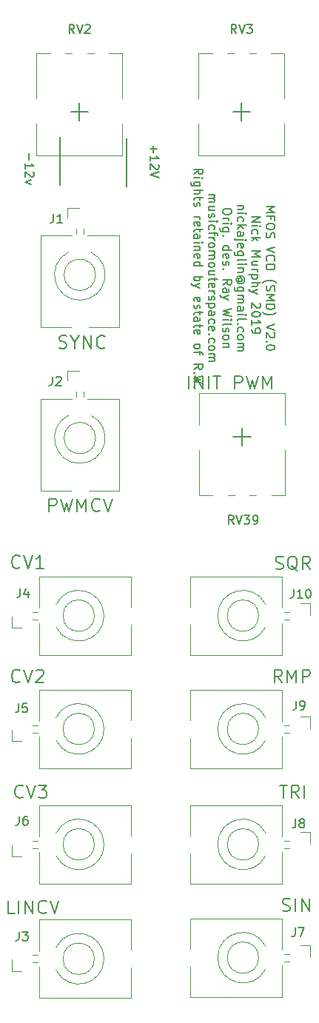
<source format=gbr>
G04 #@! TF.GenerationSoftware,KiCad,Pcbnew,(5.0.1)-4*
G04 #@! TF.CreationDate,2019-03-05T01:35:26-06:00*
G04 #@! TF.ProjectId,VCO,56434F2E6B696361645F706362000000,rev?*
G04 #@! TF.SameCoordinates,Original*
G04 #@! TF.FileFunction,Legend,Top*
G04 #@! TF.FilePolarity,Positive*
%FSLAX46Y46*%
G04 Gerber Fmt 4.6, Leading zero omitted, Abs format (unit mm)*
G04 Created by KiCad (PCBNEW (5.0.1)-4) date 3/5/2019 1:35:27*
%MOMM*%
%LPD*%
G01*
G04 APERTURE LIST*
%ADD10C,0.150000*%
%ADD11C,0.200000*%
%ADD12C,0.120000*%
G04 APERTURE END LIST*
D10*
X161853571Y197278404D02*
X161853571Y196516500D01*
X161472619Y196897452D02*
X162234523Y196897452D01*
X161472619Y195516500D02*
X161472619Y196087928D01*
X161472619Y195802214D02*
X162472619Y195802214D01*
X162329761Y195897452D01*
X162234523Y195992690D01*
X162186904Y196087928D01*
X162377380Y195135547D02*
X162425000Y195087928D01*
X162472619Y194992690D01*
X162472619Y194754595D01*
X162425000Y194659357D01*
X162377380Y194611738D01*
X162282142Y194564119D01*
X162186904Y194564119D01*
X162044047Y194611738D01*
X161472619Y195183166D01*
X161472619Y194564119D01*
X162472619Y194278404D02*
X161472619Y193945071D01*
X162472619Y193611738D01*
X147566071Y196405285D02*
X147566071Y195643380D01*
X147185119Y194643380D02*
X147185119Y195214809D01*
X147185119Y194929095D02*
X148185119Y194929095D01*
X148042261Y195024333D01*
X147947023Y195119571D01*
X147899404Y195214809D01*
X148089880Y194262428D02*
X148137500Y194214809D01*
X148185119Y194119571D01*
X148185119Y193881476D01*
X148137500Y193786238D01*
X148089880Y193738619D01*
X147994642Y193691000D01*
X147899404Y193691000D01*
X147756547Y193738619D01*
X147185119Y194310047D01*
X147185119Y193691000D01*
X147851785Y193357666D02*
X147185119Y193119571D01*
X147851785Y192881476D01*
D11*
X158750000Y198056500D02*
X158750000Y192595500D01*
X151130000Y198247000D02*
X151130000Y192786000D01*
D10*
X174741619Y190308476D02*
X175741619Y190308476D01*
X175027333Y189975142D01*
X175741619Y189641809D01*
X174741619Y189641809D01*
X175265428Y188832285D02*
X175265428Y189165619D01*
X174741619Y189165619D02*
X175741619Y189165619D01*
X175741619Y188689428D01*
X175741619Y188118000D02*
X175741619Y187927523D01*
X175694000Y187832285D01*
X175598761Y187737047D01*
X175408285Y187689428D01*
X175074952Y187689428D01*
X174884476Y187737047D01*
X174789238Y187832285D01*
X174741619Y187927523D01*
X174741619Y188118000D01*
X174789238Y188213238D01*
X174884476Y188308476D01*
X175074952Y188356095D01*
X175408285Y188356095D01*
X175598761Y188308476D01*
X175694000Y188213238D01*
X175741619Y188118000D01*
X174789238Y187308476D02*
X174741619Y187165619D01*
X174741619Y186927523D01*
X174789238Y186832285D01*
X174836857Y186784666D01*
X174932095Y186737047D01*
X175027333Y186737047D01*
X175122571Y186784666D01*
X175170190Y186832285D01*
X175217809Y186927523D01*
X175265428Y187118000D01*
X175313047Y187213238D01*
X175360666Y187260857D01*
X175455904Y187308476D01*
X175551142Y187308476D01*
X175646380Y187260857D01*
X175694000Y187213238D01*
X175741619Y187118000D01*
X175741619Y186879904D01*
X175694000Y186737047D01*
X175741619Y185689428D02*
X174741619Y185356095D01*
X175741619Y185022761D01*
X174836857Y184118000D02*
X174789238Y184165619D01*
X174741619Y184308476D01*
X174741619Y184403714D01*
X174789238Y184546571D01*
X174884476Y184641809D01*
X174979714Y184689428D01*
X175170190Y184737047D01*
X175313047Y184737047D01*
X175503523Y184689428D01*
X175598761Y184641809D01*
X175694000Y184546571D01*
X175741619Y184403714D01*
X175741619Y184308476D01*
X175694000Y184165619D01*
X175646380Y184118000D01*
X175741619Y183498952D02*
X175741619Y183308476D01*
X175694000Y183213238D01*
X175598761Y183118000D01*
X175408285Y183070380D01*
X175074952Y183070380D01*
X174884476Y183118000D01*
X174789238Y183213238D01*
X174741619Y183308476D01*
X174741619Y183498952D01*
X174789238Y183594190D01*
X174884476Y183689428D01*
X175074952Y183737047D01*
X175408285Y183737047D01*
X175598761Y183689428D01*
X175694000Y183594190D01*
X175741619Y183498952D01*
X174360666Y181594190D02*
X174408285Y181641809D01*
X174551142Y181737047D01*
X174646380Y181784666D01*
X174789238Y181832285D01*
X175027333Y181879904D01*
X175217809Y181879904D01*
X175455904Y181832285D01*
X175598761Y181784666D01*
X175694000Y181737047D01*
X175836857Y181641809D01*
X175884476Y181594190D01*
X174789238Y181260857D02*
X174741619Y181118000D01*
X174741619Y180879904D01*
X174789238Y180784666D01*
X174836857Y180737047D01*
X174932095Y180689428D01*
X175027333Y180689428D01*
X175122571Y180737047D01*
X175170190Y180784666D01*
X175217809Y180879904D01*
X175265428Y181070380D01*
X175313047Y181165619D01*
X175360666Y181213238D01*
X175455904Y181260857D01*
X175551142Y181260857D01*
X175646380Y181213238D01*
X175694000Y181165619D01*
X175741619Y181070380D01*
X175741619Y180832285D01*
X175694000Y180689428D01*
X174741619Y180260857D02*
X175741619Y180260857D01*
X175027333Y179927523D01*
X175741619Y179594190D01*
X174741619Y179594190D01*
X174741619Y179118000D02*
X175741619Y179118000D01*
X175741619Y178879904D01*
X175694000Y178737047D01*
X175598761Y178641809D01*
X175503523Y178594190D01*
X175313047Y178546571D01*
X175170190Y178546571D01*
X174979714Y178594190D01*
X174884476Y178641809D01*
X174789238Y178737047D01*
X174741619Y178879904D01*
X174741619Y179118000D01*
X174360666Y178213238D02*
X174408285Y178165619D01*
X174551142Y178070380D01*
X174646380Y178022761D01*
X174789238Y177975142D01*
X175027333Y177927523D01*
X175217809Y177927523D01*
X175455904Y177975142D01*
X175598761Y178022761D01*
X175694000Y178070380D01*
X175836857Y178165619D01*
X175884476Y178213238D01*
X175741619Y176832285D02*
X174741619Y176498952D01*
X175741619Y176165619D01*
X175646380Y175879904D02*
X175694000Y175832285D01*
X175741619Y175737047D01*
X175741619Y175498952D01*
X175694000Y175403714D01*
X175646380Y175356095D01*
X175551142Y175308476D01*
X175455904Y175308476D01*
X175313047Y175356095D01*
X174741619Y175927523D01*
X174741619Y175308476D01*
X174836857Y174879904D02*
X174789238Y174832285D01*
X174741619Y174879904D01*
X174789238Y174927523D01*
X174836857Y174879904D01*
X174741619Y174879904D01*
X175741619Y174213238D02*
X175741619Y174118000D01*
X175694000Y174022761D01*
X175646380Y173975142D01*
X175551142Y173927523D01*
X175360666Y173879904D01*
X175122571Y173879904D01*
X174932095Y173927523D01*
X174836857Y173975142D01*
X174789238Y174022761D01*
X174741619Y174118000D01*
X174741619Y174213238D01*
X174789238Y174308476D01*
X174836857Y174356095D01*
X174932095Y174403714D01*
X175122571Y174451333D01*
X175360666Y174451333D01*
X175551142Y174403714D01*
X175646380Y174356095D01*
X175694000Y174308476D01*
X175741619Y174213238D01*
X173091619Y189141809D02*
X174091619Y189141809D01*
X173091619Y188570380D01*
X174091619Y188570380D01*
X173091619Y188094190D02*
X173758285Y188094190D01*
X174091619Y188094190D02*
X174044000Y188141809D01*
X173996380Y188094190D01*
X174044000Y188046571D01*
X174091619Y188094190D01*
X173996380Y188094190D01*
X173139238Y187189428D02*
X173091619Y187284666D01*
X173091619Y187475142D01*
X173139238Y187570380D01*
X173186857Y187618000D01*
X173282095Y187665619D01*
X173567809Y187665619D01*
X173663047Y187618000D01*
X173710666Y187570380D01*
X173758285Y187475142D01*
X173758285Y187284666D01*
X173710666Y187189428D01*
X173091619Y186760857D02*
X174091619Y186760857D01*
X173472571Y186665619D02*
X173091619Y186379904D01*
X173758285Y186379904D02*
X173377333Y186760857D01*
X173091619Y185189428D02*
X174091619Y185189428D01*
X173377333Y184856095D01*
X174091619Y184522761D01*
X173091619Y184522761D01*
X173758285Y183618000D02*
X173091619Y183618000D01*
X173758285Y184046571D02*
X173234476Y184046571D01*
X173139238Y183998952D01*
X173091619Y183903714D01*
X173091619Y183760857D01*
X173139238Y183665619D01*
X173186857Y183618000D01*
X173091619Y183141809D02*
X173758285Y183141809D01*
X173567809Y183141809D02*
X173663047Y183094190D01*
X173710666Y183046571D01*
X173758285Y182951333D01*
X173758285Y182856095D01*
X173758285Y182522761D02*
X172758285Y182522761D01*
X173710666Y182522761D02*
X173758285Y182427523D01*
X173758285Y182237047D01*
X173710666Y182141809D01*
X173663047Y182094190D01*
X173567809Y182046571D01*
X173282095Y182046571D01*
X173186857Y182094190D01*
X173139238Y182141809D01*
X173091619Y182237047D01*
X173091619Y182427523D01*
X173139238Y182522761D01*
X173091619Y181618000D02*
X174091619Y181618000D01*
X173091619Y181189428D02*
X173615428Y181189428D01*
X173710666Y181237047D01*
X173758285Y181332285D01*
X173758285Y181475142D01*
X173710666Y181570380D01*
X173663047Y181618000D01*
X173758285Y180808476D02*
X173091619Y180570380D01*
X173758285Y180332285D02*
X173091619Y180570380D01*
X172853523Y180665619D01*
X172805904Y180713238D01*
X172758285Y180808476D01*
X173996380Y179237047D02*
X174044000Y179189428D01*
X174091619Y179094190D01*
X174091619Y178856095D01*
X174044000Y178760857D01*
X173996380Y178713238D01*
X173901142Y178665619D01*
X173805904Y178665619D01*
X173663047Y178713238D01*
X173091619Y179284666D01*
X173091619Y178665619D01*
X174091619Y178046571D02*
X174091619Y177951333D01*
X174044000Y177856095D01*
X173996380Y177808476D01*
X173901142Y177760857D01*
X173710666Y177713238D01*
X173472571Y177713238D01*
X173282095Y177760857D01*
X173186857Y177808476D01*
X173139238Y177856095D01*
X173091619Y177951333D01*
X173091619Y178046571D01*
X173139238Y178141809D01*
X173186857Y178189428D01*
X173282095Y178237047D01*
X173472571Y178284666D01*
X173710666Y178284666D01*
X173901142Y178237047D01*
X173996380Y178189428D01*
X174044000Y178141809D01*
X174091619Y178046571D01*
X173091619Y176760857D02*
X173091619Y177332285D01*
X173091619Y177046571D02*
X174091619Y177046571D01*
X173948761Y177141809D01*
X173853523Y177237047D01*
X173805904Y177332285D01*
X173091619Y176284666D02*
X173091619Y176094190D01*
X173139238Y175998952D01*
X173186857Y175951333D01*
X173329714Y175856095D01*
X173520190Y175808476D01*
X173901142Y175808476D01*
X173996380Y175856095D01*
X174044000Y175903714D01*
X174091619Y175998952D01*
X174091619Y176189428D01*
X174044000Y176284666D01*
X173996380Y176332285D01*
X173901142Y176379904D01*
X173663047Y176379904D01*
X173567809Y176332285D01*
X173520190Y176284666D01*
X173472571Y176189428D01*
X173472571Y175998952D01*
X173520190Y175903714D01*
X173567809Y175856095D01*
X173663047Y175808476D01*
X172108285Y190427523D02*
X171441619Y190427523D01*
X172013047Y190427523D02*
X172060666Y190379904D01*
X172108285Y190284666D01*
X172108285Y190141809D01*
X172060666Y190046571D01*
X171965428Y189998952D01*
X171441619Y189998952D01*
X171441619Y189522761D02*
X172108285Y189522761D01*
X172441619Y189522761D02*
X172394000Y189570380D01*
X172346380Y189522761D01*
X172394000Y189475142D01*
X172441619Y189522761D01*
X172346380Y189522761D01*
X171489238Y188618000D02*
X171441619Y188713238D01*
X171441619Y188903714D01*
X171489238Y188998952D01*
X171536857Y189046571D01*
X171632095Y189094190D01*
X171917809Y189094190D01*
X172013047Y189046571D01*
X172060666Y188998952D01*
X172108285Y188903714D01*
X172108285Y188713238D01*
X172060666Y188618000D01*
X171441619Y188189428D02*
X172441619Y188189428D01*
X171822571Y188094190D02*
X171441619Y187808476D01*
X172108285Y187808476D02*
X171727333Y188189428D01*
X171441619Y186951333D02*
X171965428Y186951333D01*
X172060666Y186998952D01*
X172108285Y187094190D01*
X172108285Y187284666D01*
X172060666Y187379904D01*
X171489238Y186951333D02*
X171441619Y187046571D01*
X171441619Y187284666D01*
X171489238Y187379904D01*
X171584476Y187427523D01*
X171679714Y187427523D01*
X171774952Y187379904D01*
X171822571Y187284666D01*
X171822571Y187046571D01*
X171870190Y186951333D01*
X172108285Y186475142D02*
X171251142Y186475142D01*
X171155904Y186522761D01*
X171108285Y186618000D01*
X171108285Y186665619D01*
X172441619Y186475142D02*
X172394000Y186522761D01*
X172346380Y186475142D01*
X172394000Y186427523D01*
X172441619Y186475142D01*
X172346380Y186475142D01*
X171489238Y185618000D02*
X171441619Y185713238D01*
X171441619Y185903714D01*
X171489238Y185998952D01*
X171584476Y186046571D01*
X171965428Y186046571D01*
X172060666Y185998952D01*
X172108285Y185903714D01*
X172108285Y185713238D01*
X172060666Y185618000D01*
X171965428Y185570380D01*
X171870190Y185570380D01*
X171774952Y186046571D01*
X172108285Y184713238D02*
X171298761Y184713238D01*
X171203523Y184760857D01*
X171155904Y184808476D01*
X171108285Y184903714D01*
X171108285Y185046571D01*
X171155904Y185141809D01*
X171489238Y184713238D02*
X171441619Y184808476D01*
X171441619Y184998952D01*
X171489238Y185094190D01*
X171536857Y185141809D01*
X171632095Y185189428D01*
X171917809Y185189428D01*
X172013047Y185141809D01*
X172060666Y185094190D01*
X172108285Y184998952D01*
X172108285Y184808476D01*
X172060666Y184713238D01*
X171441619Y184094190D02*
X171489238Y184189428D01*
X171584476Y184237047D01*
X172441619Y184237047D01*
X171441619Y183713238D02*
X172108285Y183713238D01*
X172441619Y183713238D02*
X172394000Y183760857D01*
X172346380Y183713238D01*
X172394000Y183665619D01*
X172441619Y183713238D01*
X172346380Y183713238D01*
X172108285Y183237047D02*
X171441619Y183237047D01*
X172013047Y183237047D02*
X172060666Y183189428D01*
X172108285Y183094190D01*
X172108285Y182951333D01*
X172060666Y182856095D01*
X171965428Y182808476D01*
X171441619Y182808476D01*
X171917809Y181713238D02*
X171965428Y181760857D01*
X172013047Y181856095D01*
X172013047Y181951333D01*
X171965428Y182046571D01*
X171917809Y182094190D01*
X171822571Y182141809D01*
X171727333Y182141809D01*
X171632095Y182094190D01*
X171584476Y182046571D01*
X171536857Y181951333D01*
X171536857Y181856095D01*
X171584476Y181760857D01*
X171632095Y181713238D01*
X172013047Y181713238D02*
X171632095Y181713238D01*
X171584476Y181665619D01*
X171584476Y181618000D01*
X171632095Y181522761D01*
X171727333Y181475142D01*
X171965428Y181475142D01*
X172108285Y181570380D01*
X172203523Y181713238D01*
X172251142Y181903714D01*
X172203523Y182094190D01*
X172108285Y182237047D01*
X171965428Y182332285D01*
X171774952Y182379904D01*
X171584476Y182332285D01*
X171441619Y182237047D01*
X171346380Y182094190D01*
X171298761Y181903714D01*
X171346380Y181713238D01*
X171441619Y181570380D01*
X172108285Y180618000D02*
X171298761Y180618000D01*
X171203523Y180665619D01*
X171155904Y180713238D01*
X171108285Y180808476D01*
X171108285Y180951333D01*
X171155904Y181046571D01*
X171489238Y180618000D02*
X171441619Y180713238D01*
X171441619Y180903714D01*
X171489238Y180998952D01*
X171536857Y181046571D01*
X171632095Y181094190D01*
X171917809Y181094190D01*
X172013047Y181046571D01*
X172060666Y180998952D01*
X172108285Y180903714D01*
X172108285Y180713238D01*
X172060666Y180618000D01*
X171441619Y180141809D02*
X172108285Y180141809D01*
X172013047Y180141809D02*
X172060666Y180094190D01*
X172108285Y179998952D01*
X172108285Y179856095D01*
X172060666Y179760857D01*
X171965428Y179713238D01*
X171441619Y179713238D01*
X171965428Y179713238D02*
X172060666Y179665619D01*
X172108285Y179570380D01*
X172108285Y179427523D01*
X172060666Y179332285D01*
X171965428Y179284666D01*
X171441619Y179284666D01*
X171441619Y178379904D02*
X171965428Y178379904D01*
X172060666Y178427523D01*
X172108285Y178522761D01*
X172108285Y178713238D01*
X172060666Y178808476D01*
X171489238Y178379904D02*
X171441619Y178475142D01*
X171441619Y178713238D01*
X171489238Y178808476D01*
X171584476Y178856095D01*
X171679714Y178856095D01*
X171774952Y178808476D01*
X171822571Y178713238D01*
X171822571Y178475142D01*
X171870190Y178379904D01*
X171441619Y177903714D02*
X172108285Y177903714D01*
X172441619Y177903714D02*
X172394000Y177951333D01*
X172346380Y177903714D01*
X172394000Y177856095D01*
X172441619Y177903714D01*
X172346380Y177903714D01*
X171441619Y177284666D02*
X171489238Y177379904D01*
X171584476Y177427523D01*
X172441619Y177427523D01*
X171536857Y176903714D02*
X171489238Y176856095D01*
X171441619Y176903714D01*
X171489238Y176951333D01*
X171536857Y176903714D01*
X171441619Y176903714D01*
X171489238Y175998952D02*
X171441619Y176094190D01*
X171441619Y176284666D01*
X171489238Y176379904D01*
X171536857Y176427523D01*
X171632095Y176475142D01*
X171917809Y176475142D01*
X172013047Y176427523D01*
X172060666Y176379904D01*
X172108285Y176284666D01*
X172108285Y176094190D01*
X172060666Y175998952D01*
X171441619Y175427523D02*
X171489238Y175522761D01*
X171536857Y175570380D01*
X171632095Y175618000D01*
X171917809Y175618000D01*
X172013047Y175570380D01*
X172060666Y175522761D01*
X172108285Y175427523D01*
X172108285Y175284666D01*
X172060666Y175189428D01*
X172013047Y175141809D01*
X171917809Y175094190D01*
X171632095Y175094190D01*
X171536857Y175141809D01*
X171489238Y175189428D01*
X171441619Y175284666D01*
X171441619Y175427523D01*
X171441619Y174665619D02*
X172108285Y174665619D01*
X172013047Y174665619D02*
X172060666Y174618000D01*
X172108285Y174522761D01*
X172108285Y174379904D01*
X172060666Y174284666D01*
X171965428Y174237047D01*
X171441619Y174237047D01*
X171965428Y174237047D02*
X172060666Y174189428D01*
X172108285Y174094190D01*
X172108285Y173951333D01*
X172060666Y173856095D01*
X171965428Y173808476D01*
X171441619Y173808476D01*
X170791619Y189832285D02*
X170791619Y189641809D01*
X170744000Y189546571D01*
X170648761Y189451333D01*
X170458285Y189403714D01*
X170124952Y189403714D01*
X169934476Y189451333D01*
X169839238Y189546571D01*
X169791619Y189641809D01*
X169791619Y189832285D01*
X169839238Y189927523D01*
X169934476Y190022761D01*
X170124952Y190070380D01*
X170458285Y190070380D01*
X170648761Y190022761D01*
X170744000Y189927523D01*
X170791619Y189832285D01*
X169791619Y188975142D02*
X170458285Y188975142D01*
X170267809Y188975142D02*
X170363047Y188927523D01*
X170410666Y188879904D01*
X170458285Y188784666D01*
X170458285Y188689428D01*
X169791619Y188356095D02*
X170458285Y188356095D01*
X170791619Y188356095D02*
X170744000Y188403714D01*
X170696380Y188356095D01*
X170744000Y188308476D01*
X170791619Y188356095D01*
X170696380Y188356095D01*
X170458285Y187451333D02*
X169648761Y187451333D01*
X169553523Y187498952D01*
X169505904Y187546571D01*
X169458285Y187641809D01*
X169458285Y187784666D01*
X169505904Y187879904D01*
X169839238Y187451333D02*
X169791619Y187546571D01*
X169791619Y187737047D01*
X169839238Y187832285D01*
X169886857Y187879904D01*
X169982095Y187927523D01*
X170267809Y187927523D01*
X170363047Y187879904D01*
X170410666Y187832285D01*
X170458285Y187737047D01*
X170458285Y187546571D01*
X170410666Y187451333D01*
X169886857Y186975142D02*
X169839238Y186927523D01*
X169791619Y186975142D01*
X169839238Y187022761D01*
X169886857Y186975142D01*
X169791619Y186975142D01*
X169791619Y185308476D02*
X170791619Y185308476D01*
X169839238Y185308476D02*
X169791619Y185403714D01*
X169791619Y185594190D01*
X169839238Y185689428D01*
X169886857Y185737047D01*
X169982095Y185784666D01*
X170267809Y185784666D01*
X170363047Y185737047D01*
X170410666Y185689428D01*
X170458285Y185594190D01*
X170458285Y185403714D01*
X170410666Y185308476D01*
X169839238Y184451333D02*
X169791619Y184546571D01*
X169791619Y184737047D01*
X169839238Y184832285D01*
X169934476Y184879904D01*
X170315428Y184879904D01*
X170410666Y184832285D01*
X170458285Y184737047D01*
X170458285Y184546571D01*
X170410666Y184451333D01*
X170315428Y184403714D01*
X170220190Y184403714D01*
X170124952Y184879904D01*
X169839238Y184022761D02*
X169791619Y183927523D01*
X169791619Y183737047D01*
X169839238Y183641809D01*
X169934476Y183594190D01*
X169982095Y183594190D01*
X170077333Y183641809D01*
X170124952Y183737047D01*
X170124952Y183879904D01*
X170172571Y183975142D01*
X170267809Y184022761D01*
X170315428Y184022761D01*
X170410666Y183975142D01*
X170458285Y183879904D01*
X170458285Y183737047D01*
X170410666Y183641809D01*
X169886857Y183165619D02*
X169839238Y183118000D01*
X169791619Y183165619D01*
X169839238Y183213238D01*
X169886857Y183165619D01*
X169791619Y183165619D01*
X169791619Y181356095D02*
X170267809Y181689428D01*
X169791619Y181927523D02*
X170791619Y181927523D01*
X170791619Y181546571D01*
X170744000Y181451333D01*
X170696380Y181403714D01*
X170601142Y181356095D01*
X170458285Y181356095D01*
X170363047Y181403714D01*
X170315428Y181451333D01*
X170267809Y181546571D01*
X170267809Y181927523D01*
X169791619Y180498952D02*
X170315428Y180498952D01*
X170410666Y180546571D01*
X170458285Y180641809D01*
X170458285Y180832285D01*
X170410666Y180927523D01*
X169839238Y180498952D02*
X169791619Y180594190D01*
X169791619Y180832285D01*
X169839238Y180927523D01*
X169934476Y180975142D01*
X170029714Y180975142D01*
X170124952Y180927523D01*
X170172571Y180832285D01*
X170172571Y180594190D01*
X170220190Y180498952D01*
X170458285Y180118000D02*
X169791619Y179879904D01*
X170458285Y179641809D02*
X169791619Y179879904D01*
X169553523Y179975142D01*
X169505904Y180022761D01*
X169458285Y180118000D01*
X170791619Y178594190D02*
X169791619Y178356095D01*
X170505904Y178165619D01*
X169791619Y177975142D01*
X170791619Y177737047D01*
X169791619Y177356095D02*
X170458285Y177356095D01*
X170791619Y177356095D02*
X170744000Y177403714D01*
X170696380Y177356095D01*
X170744000Y177308476D01*
X170791619Y177356095D01*
X170696380Y177356095D01*
X169791619Y176737047D02*
X169839238Y176832285D01*
X169934476Y176879904D01*
X170791619Y176879904D01*
X169839238Y176403714D02*
X169791619Y176308476D01*
X169791619Y176118000D01*
X169839238Y176022761D01*
X169934476Y175975142D01*
X169982095Y175975142D01*
X170077333Y176022761D01*
X170124952Y176118000D01*
X170124952Y176260857D01*
X170172571Y176356095D01*
X170267809Y176403714D01*
X170315428Y176403714D01*
X170410666Y176356095D01*
X170458285Y176260857D01*
X170458285Y176118000D01*
X170410666Y176022761D01*
X169791619Y175403714D02*
X169839238Y175498952D01*
X169886857Y175546571D01*
X169982095Y175594190D01*
X170267809Y175594190D01*
X170363047Y175546571D01*
X170410666Y175498952D01*
X170458285Y175403714D01*
X170458285Y175260857D01*
X170410666Y175165619D01*
X170363047Y175118000D01*
X170267809Y175070380D01*
X169982095Y175070380D01*
X169886857Y175118000D01*
X169839238Y175165619D01*
X169791619Y175260857D01*
X169791619Y175403714D01*
X170458285Y174641809D02*
X169791619Y174641809D01*
X170363047Y174641809D02*
X170410666Y174594190D01*
X170458285Y174498952D01*
X170458285Y174356095D01*
X170410666Y174260857D01*
X170315428Y174213238D01*
X169791619Y174213238D01*
X168141619Y191665619D02*
X168808285Y191665619D01*
X168713047Y191665619D02*
X168760666Y191618000D01*
X168808285Y191522761D01*
X168808285Y191379904D01*
X168760666Y191284666D01*
X168665428Y191237047D01*
X168141619Y191237047D01*
X168665428Y191237047D02*
X168760666Y191189428D01*
X168808285Y191094190D01*
X168808285Y190951333D01*
X168760666Y190856095D01*
X168665428Y190808476D01*
X168141619Y190808476D01*
X168808285Y189903714D02*
X168141619Y189903714D01*
X168808285Y190332285D02*
X168284476Y190332285D01*
X168189238Y190284666D01*
X168141619Y190189428D01*
X168141619Y190046571D01*
X168189238Y189951333D01*
X168236857Y189903714D01*
X168189238Y189475142D02*
X168141619Y189379904D01*
X168141619Y189189428D01*
X168189238Y189094190D01*
X168284476Y189046571D01*
X168332095Y189046571D01*
X168427333Y189094190D01*
X168474952Y189189428D01*
X168474952Y189332285D01*
X168522571Y189427523D01*
X168617809Y189475142D01*
X168665428Y189475142D01*
X168760666Y189427523D01*
X168808285Y189332285D01*
X168808285Y189189428D01*
X168760666Y189094190D01*
X168141619Y188618000D02*
X168808285Y188618000D01*
X169141619Y188618000D02*
X169094000Y188665619D01*
X169046380Y188618000D01*
X169094000Y188570380D01*
X169141619Y188618000D01*
X169046380Y188618000D01*
X168189238Y187713238D02*
X168141619Y187808476D01*
X168141619Y187998952D01*
X168189238Y188094190D01*
X168236857Y188141809D01*
X168332095Y188189428D01*
X168617809Y188189428D01*
X168713047Y188141809D01*
X168760666Y188094190D01*
X168808285Y187998952D01*
X168808285Y187808476D01*
X168760666Y187713238D01*
X168808285Y187427523D02*
X168808285Y187046571D01*
X168141619Y187284666D02*
X168998761Y187284666D01*
X169094000Y187237047D01*
X169141619Y187141809D01*
X169141619Y187046571D01*
X168141619Y186713238D02*
X168808285Y186713238D01*
X168617809Y186713238D02*
X168713047Y186665619D01*
X168760666Y186618000D01*
X168808285Y186522761D01*
X168808285Y186427523D01*
X168141619Y185951333D02*
X168189238Y186046571D01*
X168236857Y186094190D01*
X168332095Y186141809D01*
X168617809Y186141809D01*
X168713047Y186094190D01*
X168760666Y186046571D01*
X168808285Y185951333D01*
X168808285Y185808476D01*
X168760666Y185713238D01*
X168713047Y185665619D01*
X168617809Y185618000D01*
X168332095Y185618000D01*
X168236857Y185665619D01*
X168189238Y185713238D01*
X168141619Y185808476D01*
X168141619Y185951333D01*
X168141619Y185189428D02*
X168808285Y185189428D01*
X168713047Y185189428D02*
X168760666Y185141809D01*
X168808285Y185046571D01*
X168808285Y184903714D01*
X168760666Y184808476D01*
X168665428Y184760857D01*
X168141619Y184760857D01*
X168665428Y184760857D02*
X168760666Y184713238D01*
X168808285Y184618000D01*
X168808285Y184475142D01*
X168760666Y184379904D01*
X168665428Y184332285D01*
X168141619Y184332285D01*
X168141619Y183713238D02*
X168189238Y183808476D01*
X168236857Y183856095D01*
X168332095Y183903714D01*
X168617809Y183903714D01*
X168713047Y183856095D01*
X168760666Y183808476D01*
X168808285Y183713238D01*
X168808285Y183570380D01*
X168760666Y183475142D01*
X168713047Y183427523D01*
X168617809Y183379904D01*
X168332095Y183379904D01*
X168236857Y183427523D01*
X168189238Y183475142D01*
X168141619Y183570380D01*
X168141619Y183713238D01*
X168808285Y182522761D02*
X168141619Y182522761D01*
X168808285Y182951333D02*
X168284476Y182951333D01*
X168189238Y182903714D01*
X168141619Y182808476D01*
X168141619Y182665619D01*
X168189238Y182570380D01*
X168236857Y182522761D01*
X168808285Y182189428D02*
X168808285Y181808476D01*
X169141619Y182046571D02*
X168284476Y182046571D01*
X168189238Y181998952D01*
X168141619Y181903714D01*
X168141619Y181808476D01*
X168189238Y181094190D02*
X168141619Y181189428D01*
X168141619Y181379904D01*
X168189238Y181475142D01*
X168284476Y181522761D01*
X168665428Y181522761D01*
X168760666Y181475142D01*
X168808285Y181379904D01*
X168808285Y181189428D01*
X168760666Y181094190D01*
X168665428Y181046571D01*
X168570190Y181046571D01*
X168474952Y181522761D01*
X168141619Y180618000D02*
X168808285Y180618000D01*
X168617809Y180618000D02*
X168713047Y180570380D01*
X168760666Y180522761D01*
X168808285Y180427523D01*
X168808285Y180332285D01*
X168189238Y180046571D02*
X168141619Y179951333D01*
X168141619Y179760857D01*
X168189238Y179665619D01*
X168284476Y179618000D01*
X168332095Y179618000D01*
X168427333Y179665619D01*
X168474952Y179760857D01*
X168474952Y179903714D01*
X168522571Y179998952D01*
X168617809Y180046571D01*
X168665428Y180046571D01*
X168760666Y179998952D01*
X168808285Y179903714D01*
X168808285Y179760857D01*
X168760666Y179665619D01*
X168808285Y179189428D02*
X167808285Y179189428D01*
X168760666Y179189428D02*
X168808285Y179094190D01*
X168808285Y178903714D01*
X168760666Y178808476D01*
X168713047Y178760857D01*
X168617809Y178713238D01*
X168332095Y178713238D01*
X168236857Y178760857D01*
X168189238Y178808476D01*
X168141619Y178903714D01*
X168141619Y179094190D01*
X168189238Y179189428D01*
X168141619Y177856095D02*
X168665428Y177856095D01*
X168760666Y177903714D01*
X168808285Y177998952D01*
X168808285Y178189428D01*
X168760666Y178284666D01*
X168189238Y177856095D02*
X168141619Y177951333D01*
X168141619Y178189428D01*
X168189238Y178284666D01*
X168284476Y178332285D01*
X168379714Y178332285D01*
X168474952Y178284666D01*
X168522571Y178189428D01*
X168522571Y177951333D01*
X168570190Y177856095D01*
X168189238Y176951333D02*
X168141619Y177046571D01*
X168141619Y177237047D01*
X168189238Y177332285D01*
X168236857Y177379904D01*
X168332095Y177427523D01*
X168617809Y177427523D01*
X168713047Y177379904D01*
X168760666Y177332285D01*
X168808285Y177237047D01*
X168808285Y177046571D01*
X168760666Y176951333D01*
X168189238Y176141809D02*
X168141619Y176237047D01*
X168141619Y176427523D01*
X168189238Y176522761D01*
X168284476Y176570380D01*
X168665428Y176570380D01*
X168760666Y176522761D01*
X168808285Y176427523D01*
X168808285Y176237047D01*
X168760666Y176141809D01*
X168665428Y176094190D01*
X168570190Y176094190D01*
X168474952Y176570380D01*
X168236857Y175665619D02*
X168189238Y175618000D01*
X168141619Y175665619D01*
X168189238Y175713238D01*
X168236857Y175665619D01*
X168141619Y175665619D01*
X168189238Y174760857D02*
X168141619Y174856095D01*
X168141619Y175046571D01*
X168189238Y175141809D01*
X168236857Y175189428D01*
X168332095Y175237047D01*
X168617809Y175237047D01*
X168713047Y175189428D01*
X168760666Y175141809D01*
X168808285Y175046571D01*
X168808285Y174856095D01*
X168760666Y174760857D01*
X168141619Y174189428D02*
X168189238Y174284666D01*
X168236857Y174332285D01*
X168332095Y174379904D01*
X168617809Y174379904D01*
X168713047Y174332285D01*
X168760666Y174284666D01*
X168808285Y174189428D01*
X168808285Y174046571D01*
X168760666Y173951333D01*
X168713047Y173903714D01*
X168617809Y173856095D01*
X168332095Y173856095D01*
X168236857Y173903714D01*
X168189238Y173951333D01*
X168141619Y174046571D01*
X168141619Y174189428D01*
X168141619Y173427523D02*
X168808285Y173427523D01*
X168713047Y173427523D02*
X168760666Y173379904D01*
X168808285Y173284666D01*
X168808285Y173141809D01*
X168760666Y173046571D01*
X168665428Y172998952D01*
X168141619Y172998952D01*
X168665428Y172998952D02*
X168760666Y172951333D01*
X168808285Y172856095D01*
X168808285Y172713238D01*
X168760666Y172618000D01*
X168665428Y172570380D01*
X168141619Y172570380D01*
X166491619Y193998952D02*
X166967809Y194332285D01*
X166491619Y194570380D02*
X167491619Y194570380D01*
X167491619Y194189428D01*
X167444000Y194094190D01*
X167396380Y194046571D01*
X167301142Y193998952D01*
X167158285Y193998952D01*
X167063047Y194046571D01*
X167015428Y194094190D01*
X166967809Y194189428D01*
X166967809Y194570380D01*
X166491619Y193570380D02*
X167158285Y193570380D01*
X167491619Y193570380D02*
X167444000Y193618000D01*
X167396380Y193570380D01*
X167444000Y193522761D01*
X167491619Y193570380D01*
X167396380Y193570380D01*
X167158285Y192665619D02*
X166348761Y192665619D01*
X166253523Y192713238D01*
X166205904Y192760857D01*
X166158285Y192856095D01*
X166158285Y192998952D01*
X166205904Y193094190D01*
X166539238Y192665619D02*
X166491619Y192760857D01*
X166491619Y192951333D01*
X166539238Y193046571D01*
X166586857Y193094190D01*
X166682095Y193141809D01*
X166967809Y193141809D01*
X167063047Y193094190D01*
X167110666Y193046571D01*
X167158285Y192951333D01*
X167158285Y192760857D01*
X167110666Y192665619D01*
X166491619Y192189428D02*
X167491619Y192189428D01*
X166491619Y191760857D02*
X167015428Y191760857D01*
X167110666Y191808476D01*
X167158285Y191903714D01*
X167158285Y192046571D01*
X167110666Y192141809D01*
X167063047Y192189428D01*
X167158285Y191427523D02*
X167158285Y191046571D01*
X167491619Y191284666D02*
X166634476Y191284666D01*
X166539238Y191237047D01*
X166491619Y191141809D01*
X166491619Y191046571D01*
X166539238Y190760857D02*
X166491619Y190665619D01*
X166491619Y190475142D01*
X166539238Y190379904D01*
X166634476Y190332285D01*
X166682095Y190332285D01*
X166777333Y190379904D01*
X166824952Y190475142D01*
X166824952Y190618000D01*
X166872571Y190713238D01*
X166967809Y190760857D01*
X167015428Y190760857D01*
X167110666Y190713238D01*
X167158285Y190618000D01*
X167158285Y190475142D01*
X167110666Y190379904D01*
X166491619Y189141809D02*
X167158285Y189141809D01*
X166967809Y189141809D02*
X167063047Y189094190D01*
X167110666Y189046571D01*
X167158285Y188951333D01*
X167158285Y188856095D01*
X166539238Y188141809D02*
X166491619Y188237047D01*
X166491619Y188427523D01*
X166539238Y188522761D01*
X166634476Y188570380D01*
X167015428Y188570380D01*
X167110666Y188522761D01*
X167158285Y188427523D01*
X167158285Y188237047D01*
X167110666Y188141809D01*
X167015428Y188094190D01*
X166920190Y188094190D01*
X166824952Y188570380D01*
X167158285Y187808476D02*
X167158285Y187427523D01*
X167491619Y187665619D02*
X166634476Y187665619D01*
X166539238Y187618000D01*
X166491619Y187522761D01*
X166491619Y187427523D01*
X166491619Y186665619D02*
X167015428Y186665619D01*
X167110666Y186713238D01*
X167158285Y186808476D01*
X167158285Y186998952D01*
X167110666Y187094190D01*
X166539238Y186665619D02*
X166491619Y186760857D01*
X166491619Y186998952D01*
X166539238Y187094190D01*
X166634476Y187141809D01*
X166729714Y187141809D01*
X166824952Y187094190D01*
X166872571Y186998952D01*
X166872571Y186760857D01*
X166920190Y186665619D01*
X166491619Y186189428D02*
X167158285Y186189428D01*
X167491619Y186189428D02*
X167444000Y186237047D01*
X167396380Y186189428D01*
X167444000Y186141809D01*
X167491619Y186189428D01*
X167396380Y186189428D01*
X167158285Y185713238D02*
X166491619Y185713238D01*
X167063047Y185713238D02*
X167110666Y185665619D01*
X167158285Y185570380D01*
X167158285Y185427523D01*
X167110666Y185332285D01*
X167015428Y185284666D01*
X166491619Y185284666D01*
X166539238Y184427523D02*
X166491619Y184522761D01*
X166491619Y184713238D01*
X166539238Y184808476D01*
X166634476Y184856095D01*
X167015428Y184856095D01*
X167110666Y184808476D01*
X167158285Y184713238D01*
X167158285Y184522761D01*
X167110666Y184427523D01*
X167015428Y184379904D01*
X166920190Y184379904D01*
X166824952Y184856095D01*
X166491619Y183522761D02*
X167491619Y183522761D01*
X166539238Y183522761D02*
X166491619Y183618000D01*
X166491619Y183808476D01*
X166539238Y183903714D01*
X166586857Y183951333D01*
X166682095Y183998952D01*
X166967809Y183998952D01*
X167063047Y183951333D01*
X167110666Y183903714D01*
X167158285Y183808476D01*
X167158285Y183618000D01*
X167110666Y183522761D01*
X166491619Y182284666D02*
X167491619Y182284666D01*
X167110666Y182284666D02*
X167158285Y182189428D01*
X167158285Y181998952D01*
X167110666Y181903714D01*
X167063047Y181856095D01*
X166967809Y181808476D01*
X166682095Y181808476D01*
X166586857Y181856095D01*
X166539238Y181903714D01*
X166491619Y181998952D01*
X166491619Y182189428D01*
X166539238Y182284666D01*
X167158285Y181475142D02*
X166491619Y181237047D01*
X167158285Y180998952D02*
X166491619Y181237047D01*
X166253523Y181332285D01*
X166205904Y181379904D01*
X166158285Y181475142D01*
X166539238Y179475142D02*
X166491619Y179570380D01*
X166491619Y179760857D01*
X166539238Y179856095D01*
X166634476Y179903714D01*
X167015428Y179903714D01*
X167110666Y179856095D01*
X167158285Y179760857D01*
X167158285Y179570380D01*
X167110666Y179475142D01*
X167015428Y179427523D01*
X166920190Y179427523D01*
X166824952Y179903714D01*
X166539238Y179046571D02*
X166491619Y178951333D01*
X166491619Y178760857D01*
X166539238Y178665619D01*
X166634476Y178618000D01*
X166682095Y178618000D01*
X166777333Y178665619D01*
X166824952Y178760857D01*
X166824952Y178903714D01*
X166872571Y178998952D01*
X166967809Y179046571D01*
X167015428Y179046571D01*
X167110666Y178998952D01*
X167158285Y178903714D01*
X167158285Y178760857D01*
X167110666Y178665619D01*
X167158285Y178332285D02*
X167158285Y177951333D01*
X167491619Y178189428D02*
X166634476Y178189428D01*
X166539238Y178141809D01*
X166491619Y178046571D01*
X166491619Y177951333D01*
X166491619Y177189428D02*
X167015428Y177189428D01*
X167110666Y177237047D01*
X167158285Y177332285D01*
X167158285Y177522761D01*
X167110666Y177618000D01*
X166539238Y177189428D02*
X166491619Y177284666D01*
X166491619Y177522761D01*
X166539238Y177618000D01*
X166634476Y177665619D01*
X166729714Y177665619D01*
X166824952Y177618000D01*
X166872571Y177522761D01*
X166872571Y177284666D01*
X166920190Y177189428D01*
X167158285Y176856095D02*
X167158285Y176475142D01*
X167491619Y176713238D02*
X166634476Y176713238D01*
X166539238Y176665619D01*
X166491619Y176570380D01*
X166491619Y176475142D01*
X166539238Y175760857D02*
X166491619Y175856095D01*
X166491619Y176046571D01*
X166539238Y176141809D01*
X166634476Y176189428D01*
X167015428Y176189428D01*
X167110666Y176141809D01*
X167158285Y176046571D01*
X167158285Y175856095D01*
X167110666Y175760857D01*
X167015428Y175713238D01*
X166920190Y175713238D01*
X166824952Y176189428D01*
X166491619Y174379904D02*
X166539238Y174475142D01*
X166586857Y174522761D01*
X166682095Y174570380D01*
X166967809Y174570380D01*
X167063047Y174522761D01*
X167110666Y174475142D01*
X167158285Y174379904D01*
X167158285Y174237047D01*
X167110666Y174141809D01*
X167063047Y174094190D01*
X166967809Y174046571D01*
X166682095Y174046571D01*
X166586857Y174094190D01*
X166539238Y174141809D01*
X166491619Y174237047D01*
X166491619Y174379904D01*
X167158285Y173760857D02*
X167158285Y173379904D01*
X166491619Y173618000D02*
X167348761Y173618000D01*
X167444000Y173570380D01*
X167491619Y173475142D01*
X167491619Y173379904D01*
X166491619Y171713238D02*
X166967809Y172046571D01*
X166491619Y172284666D02*
X167491619Y172284666D01*
X167491619Y171903714D01*
X167444000Y171808476D01*
X167396380Y171760857D01*
X167301142Y171713238D01*
X167158285Y171713238D01*
X167063047Y171760857D01*
X167015428Y171808476D01*
X166967809Y171903714D01*
X166967809Y172284666D01*
X166586857Y171284666D02*
X166539238Y171237047D01*
X166491619Y171284666D01*
X166539238Y171332285D01*
X166586857Y171284666D01*
X166491619Y171284666D01*
X167491619Y170903714D02*
X166491619Y170665619D01*
X167205904Y170475142D01*
X166491619Y170284666D01*
X167491619Y170046571D01*
X166586857Y169665619D02*
X166539238Y169618000D01*
X166491619Y169665619D01*
X166539238Y169713238D01*
X166586857Y169665619D01*
X166491619Y169665619D01*
X151062857Y174144857D02*
X151277142Y174073428D01*
X151634285Y174073428D01*
X151777142Y174144857D01*
X151848571Y174216285D01*
X151920000Y174359142D01*
X151920000Y174502000D01*
X151848571Y174644857D01*
X151777142Y174716285D01*
X151634285Y174787714D01*
X151348571Y174859142D01*
X151205714Y174930571D01*
X151134285Y175002000D01*
X151062857Y175144857D01*
X151062857Y175287714D01*
X151134285Y175430571D01*
X151205714Y175502000D01*
X151348571Y175573428D01*
X151705714Y175573428D01*
X151920000Y175502000D01*
X152848571Y174787714D02*
X152848571Y174073428D01*
X152348571Y175573428D02*
X152848571Y174787714D01*
X153348571Y175573428D01*
X153848571Y174073428D02*
X153848571Y175573428D01*
X154705714Y174073428D01*
X154705714Y175573428D01*
X156277142Y174216285D02*
X156205714Y174144857D01*
X155991428Y174073428D01*
X155848571Y174073428D01*
X155634285Y174144857D01*
X155491428Y174287714D01*
X155420000Y174430571D01*
X155348571Y174716285D01*
X155348571Y174930571D01*
X155420000Y175216285D01*
X155491428Y175359142D01*
X155634285Y175502000D01*
X155848571Y175573428D01*
X155991428Y175573428D01*
X156205714Y175502000D01*
X156277142Y175430571D01*
X149916000Y155404428D02*
X149916000Y156904428D01*
X150487428Y156904428D01*
X150630285Y156833000D01*
X150701714Y156761571D01*
X150773142Y156618714D01*
X150773142Y156404428D01*
X150701714Y156261571D01*
X150630285Y156190142D01*
X150487428Y156118714D01*
X149916000Y156118714D01*
X151273142Y156904428D02*
X151630285Y155404428D01*
X151916000Y156475857D01*
X152201714Y155404428D01*
X152558857Y156904428D01*
X153130285Y155404428D02*
X153130285Y156904428D01*
X153630285Y155833000D01*
X154130285Y156904428D01*
X154130285Y155404428D01*
X155701714Y155547285D02*
X155630285Y155475857D01*
X155416000Y155404428D01*
X155273142Y155404428D01*
X155058857Y155475857D01*
X154916000Y155618714D01*
X154844571Y155761571D01*
X154773142Y156047285D01*
X154773142Y156261571D01*
X154844571Y156547285D01*
X154916000Y156690142D01*
X155058857Y156833000D01*
X155273142Y156904428D01*
X155416000Y156904428D01*
X155630285Y156833000D01*
X155701714Y156761571D01*
X156130285Y156904428D02*
X156630285Y155404428D01*
X157130285Y156904428D01*
X165874500Y169437928D02*
X165874500Y170937928D01*
X166588785Y169437928D02*
X166588785Y170937928D01*
X167445928Y169437928D01*
X167445928Y170937928D01*
X168160214Y169437928D02*
X168160214Y170937928D01*
X168660214Y170937928D02*
X169517357Y170937928D01*
X169088785Y169437928D02*
X169088785Y170937928D01*
X171160214Y169437928D02*
X171160214Y170937928D01*
X171731642Y170937928D01*
X171874500Y170866500D01*
X171945928Y170795071D01*
X172017357Y170652214D01*
X172017357Y170437928D01*
X171945928Y170295071D01*
X171874500Y170223642D01*
X171731642Y170152214D01*
X171160214Y170152214D01*
X172517357Y170937928D02*
X172874500Y169437928D01*
X173160214Y170509357D01*
X173445928Y169437928D01*
X173803071Y170937928D01*
X174374500Y169437928D02*
X174374500Y170937928D01*
X174874500Y169866500D01*
X175374500Y170937928D01*
X175374500Y169437928D01*
X176609571Y109755857D02*
X176823857Y109684428D01*
X177181000Y109684428D01*
X177323857Y109755857D01*
X177395285Y109827285D01*
X177466714Y109970142D01*
X177466714Y110113000D01*
X177395285Y110255857D01*
X177323857Y110327285D01*
X177181000Y110398714D01*
X176895285Y110470142D01*
X176752428Y110541571D01*
X176681000Y110613000D01*
X176609571Y110755857D01*
X176609571Y110898714D01*
X176681000Y111041571D01*
X176752428Y111113000D01*
X176895285Y111184428D01*
X177252428Y111184428D01*
X177466714Y111113000D01*
X178109571Y109684428D02*
X178109571Y111184428D01*
X178823857Y109684428D02*
X178823857Y111184428D01*
X179681000Y109684428D01*
X179681000Y111184428D01*
X145947071Y109430428D02*
X145232785Y109430428D01*
X145232785Y110930428D01*
X146447071Y109430428D02*
X146447071Y110930428D01*
X147161357Y109430428D02*
X147161357Y110930428D01*
X148018500Y109430428D01*
X148018500Y110930428D01*
X149589928Y109573285D02*
X149518500Y109501857D01*
X149304214Y109430428D01*
X149161357Y109430428D01*
X148947071Y109501857D01*
X148804214Y109644714D01*
X148732785Y109787571D01*
X148661357Y110073285D01*
X148661357Y110287571D01*
X148732785Y110573285D01*
X148804214Y110716142D01*
X148947071Y110859000D01*
X149161357Y110930428D01*
X149304214Y110930428D01*
X149518500Y110859000D01*
X149589928Y110787571D01*
X150018500Y110930428D02*
X150518500Y109430428D01*
X151018500Y110930428D01*
X146935142Y122781285D02*
X146863714Y122709857D01*
X146649428Y122638428D01*
X146506571Y122638428D01*
X146292285Y122709857D01*
X146149428Y122852714D01*
X146078000Y122995571D01*
X146006571Y123281285D01*
X146006571Y123495571D01*
X146078000Y123781285D01*
X146149428Y123924142D01*
X146292285Y124067000D01*
X146506571Y124138428D01*
X146649428Y124138428D01*
X146863714Y124067000D01*
X146935142Y123995571D01*
X147363714Y124138428D02*
X147863714Y122638428D01*
X148363714Y124138428D01*
X148720857Y124138428D02*
X149649428Y124138428D01*
X149149428Y123567000D01*
X149363714Y123567000D01*
X149506571Y123495571D01*
X149578000Y123424142D01*
X149649428Y123281285D01*
X149649428Y122924142D01*
X149578000Y122781285D01*
X149506571Y122709857D01*
X149363714Y122638428D01*
X148935142Y122638428D01*
X148792285Y122709857D01*
X148720857Y122781285D01*
X176264285Y124138428D02*
X177121428Y124138428D01*
X176692857Y122638428D02*
X176692857Y124138428D01*
X178478571Y122638428D02*
X177978571Y123352714D01*
X177621428Y122638428D02*
X177621428Y124138428D01*
X178192857Y124138428D01*
X178335714Y124067000D01*
X178407142Y123995571D01*
X178478571Y123852714D01*
X178478571Y123638428D01*
X178407142Y123495571D01*
X178335714Y123424142D01*
X178192857Y123352714D01*
X177621428Y123352714D01*
X179121428Y122638428D02*
X179121428Y124138428D01*
X176530142Y135846428D02*
X176030142Y136560714D01*
X175673000Y135846428D02*
X175673000Y137346428D01*
X176244428Y137346428D01*
X176387285Y137275000D01*
X176458714Y137203571D01*
X176530142Y137060714D01*
X176530142Y136846428D01*
X176458714Y136703571D01*
X176387285Y136632142D01*
X176244428Y136560714D01*
X175673000Y136560714D01*
X177173000Y135846428D02*
X177173000Y137346428D01*
X177673000Y136275000D01*
X178173000Y137346428D01*
X178173000Y135846428D01*
X178887285Y135846428D02*
X178887285Y137346428D01*
X179458714Y137346428D01*
X179601571Y137275000D01*
X179673000Y137203571D01*
X179744428Y137060714D01*
X179744428Y136846428D01*
X179673000Y136703571D01*
X179601571Y136632142D01*
X179458714Y136560714D01*
X178887285Y136560714D01*
X146554142Y135989285D02*
X146482714Y135917857D01*
X146268428Y135846428D01*
X146125571Y135846428D01*
X145911285Y135917857D01*
X145768428Y136060714D01*
X145697000Y136203571D01*
X145625571Y136489285D01*
X145625571Y136703571D01*
X145697000Y136989285D01*
X145768428Y137132142D01*
X145911285Y137275000D01*
X146125571Y137346428D01*
X146268428Y137346428D01*
X146482714Y137275000D01*
X146554142Y137203571D01*
X146982714Y137346428D02*
X147482714Y135846428D01*
X147982714Y137346428D01*
X148411285Y137203571D02*
X148482714Y137275000D01*
X148625571Y137346428D01*
X148982714Y137346428D01*
X149125571Y137275000D01*
X149197000Y137203571D01*
X149268428Y137060714D01*
X149268428Y136917857D01*
X149197000Y136703571D01*
X148339857Y135846428D01*
X149268428Y135846428D01*
X146554142Y149070285D02*
X146482714Y148998857D01*
X146268428Y148927428D01*
X146125571Y148927428D01*
X145911285Y148998857D01*
X145768428Y149141714D01*
X145697000Y149284571D01*
X145625571Y149570285D01*
X145625571Y149784571D01*
X145697000Y150070285D01*
X145768428Y150213142D01*
X145911285Y150356000D01*
X146125571Y150427428D01*
X146268428Y150427428D01*
X146482714Y150356000D01*
X146554142Y150284571D01*
X146982714Y150427428D02*
X147482714Y148927428D01*
X147982714Y150427428D01*
X149268428Y148927428D02*
X148411285Y148927428D01*
X148839857Y148927428D02*
X148839857Y150427428D01*
X148697000Y150213142D01*
X148554142Y150070285D01*
X148411285Y149998857D01*
X175835714Y148871857D02*
X176050000Y148800428D01*
X176407142Y148800428D01*
X176550000Y148871857D01*
X176621428Y148943285D01*
X176692857Y149086142D01*
X176692857Y149229000D01*
X176621428Y149371857D01*
X176550000Y149443285D01*
X176407142Y149514714D01*
X176121428Y149586142D01*
X175978571Y149657571D01*
X175907142Y149729000D01*
X175835714Y149871857D01*
X175835714Y150014714D01*
X175907142Y150157571D01*
X175978571Y150229000D01*
X176121428Y150300428D01*
X176478571Y150300428D01*
X176692857Y150229000D01*
X178335714Y148657571D02*
X178192857Y148729000D01*
X178050000Y148871857D01*
X177835714Y149086142D01*
X177692857Y149157571D01*
X177550000Y149157571D01*
X177621428Y148800428D02*
X177478571Y148871857D01*
X177335714Y149014714D01*
X177264285Y149300428D01*
X177264285Y149800428D01*
X177335714Y150086142D01*
X177478571Y150229000D01*
X177621428Y150300428D01*
X177907142Y150300428D01*
X178050000Y150229000D01*
X178192857Y150086142D01*
X178264285Y149800428D01*
X178264285Y149300428D01*
X178192857Y149014714D01*
X178050000Y148871857D01*
X177907142Y148800428D01*
X177621428Y148800428D01*
X179764285Y148800428D02*
X179264285Y149514714D01*
X178907142Y148800428D02*
X178907142Y150300428D01*
X179478571Y150300428D01*
X179621428Y150229000D01*
X179692857Y150157571D01*
X179764285Y150014714D01*
X179764285Y149800428D01*
X179692857Y149657571D01*
X179621428Y149586142D01*
X179478571Y149514714D01*
X178907142Y149514714D01*
D12*
G04 #@! TO.C,J9*
X176582000Y135056000D02*
X166082000Y135056000D01*
X176582000Y126056000D02*
X166082000Y126056000D01*
X174670577Y131852263D02*
G75*
G03X169187000Y130556000I-2588577J-1296263D01*
G01*
X174670577Y129259737D02*
G75*
G02X169187000Y130556000I-2588577J1296263D01*
G01*
X166082000Y126056000D02*
X166082000Y129556000D01*
X166082000Y131556000D02*
X166082000Y135056000D01*
X176582000Y126056000D02*
X176582000Y129656000D01*
X176582000Y131456000D02*
X176582000Y135056000D01*
X173882000Y130556000D02*
G75*
G03X173882000Y130556000I-1800000J0D01*
G01*
X177362000Y130976000D02*
X176762000Y130976000D01*
X177362000Y130136000D02*
X176762000Y130136000D01*
X179742000Y131956000D02*
X178642000Y131956000D01*
X179742000Y131956000D02*
X179742000Y130636000D01*
G04 #@! TO.C,RV39*
X176898000Y165364000D02*
X176898000Y168964000D01*
X176898000Y157314000D02*
X176898000Y162464000D01*
X167098000Y157314000D02*
X167098000Y162464000D01*
X167098000Y165364000D02*
X167098000Y168964000D01*
X167098000Y157314000D02*
X168598000Y157314000D01*
X170348000Y157314000D02*
X171107000Y157314000D01*
X172839000Y157314000D02*
X173598000Y157314000D01*
X175348000Y157314000D02*
X176898000Y157314000D01*
X167098000Y168964000D02*
X176898000Y168964000D01*
D10*
X171998000Y163964000D02*
X171998000Y164964000D01*
X171998000Y163964000D02*
X170998000Y163964000D01*
X171998000Y163964000D02*
X171998000Y162964000D01*
X171998000Y163964000D02*
X172998000Y163964000D01*
D12*
G04 #@! TO.C,RV3*
X167018000Y199761000D02*
X167018000Y196161000D01*
X167018000Y207811000D02*
X167018000Y202661000D01*
X176818000Y207811000D02*
X176818000Y202661000D01*
X176818000Y199761000D02*
X176818000Y196161000D01*
X176818000Y207811000D02*
X175318000Y207811000D01*
X173568000Y207811000D02*
X172809000Y207811000D01*
X171077000Y207811000D02*
X170318000Y207811000D01*
X168568000Y207811000D02*
X167018000Y207811000D01*
X176818000Y196161000D02*
X167018000Y196161000D01*
D10*
X171918000Y201161000D02*
X171918000Y200161000D01*
X171918000Y201161000D02*
X172918000Y201161000D01*
X171918000Y201161000D02*
X171918000Y202161000D01*
X171918000Y201161000D02*
X170918000Y201161000D01*
D12*
G04 #@! TO.C,RV2*
X148476000Y199761000D02*
X148476000Y196161000D01*
X148476000Y207811000D02*
X148476000Y202661000D01*
X158276000Y207811000D02*
X158276000Y202661000D01*
X158276000Y199761000D02*
X158276000Y196161000D01*
X158276000Y207811000D02*
X156776000Y207811000D01*
X155026000Y207811000D02*
X154267000Y207811000D01*
X152535000Y207811000D02*
X151776000Y207811000D01*
X150026000Y207811000D02*
X148476000Y207811000D01*
X158276000Y196161000D02*
X148476000Y196161000D01*
D10*
X153376000Y201161000D02*
X153376000Y200161000D01*
X153376000Y201161000D02*
X154376000Y201161000D01*
X153376000Y201161000D02*
X153376000Y202161000D01*
X153376000Y201161000D02*
X152376000Y201161000D01*
D12*
G04 #@! TO.C,J1*
X152016000Y190156000D02*
X153336000Y190156000D01*
X152016000Y190156000D02*
X152016000Y189056000D01*
X153836000Y187776000D02*
X153836000Y187176000D01*
X152996000Y187776000D02*
X152996000Y187176000D01*
X155216000Y182496000D02*
G75*
G03X155216000Y182496000I-1800000J0D01*
G01*
X152516000Y186996000D02*
X148916000Y186996000D01*
X157916000Y186996000D02*
X154316000Y186996000D01*
X152416000Y176496000D02*
X148916000Y176496000D01*
X157916000Y176496000D02*
X154416000Y176496000D01*
X154712263Y185084577D02*
G75*
G02X153416000Y179601000I-1296263J-2588577D01*
G01*
X152119737Y185084577D02*
G75*
G03X153416000Y179601000I1296263J-2588577D01*
G01*
X157916000Y186996000D02*
X157916000Y176496000D01*
X148916000Y186996000D02*
X148916000Y176496000D01*
G04 #@! TO.C,J2*
X148916000Y168327000D02*
X148916000Y157827000D01*
X157916000Y168327000D02*
X157916000Y157827000D01*
X152119737Y166415577D02*
G75*
G03X153416000Y160932000I1296263J-2588577D01*
G01*
X154712263Y166415577D02*
G75*
G02X153416000Y160932000I-1296263J-2588577D01*
G01*
X157916000Y157827000D02*
X154416000Y157827000D01*
X152416000Y157827000D02*
X148916000Y157827000D01*
X157916000Y168327000D02*
X154316000Y168327000D01*
X152516000Y168327000D02*
X148916000Y168327000D01*
X155216000Y163827000D02*
G75*
G03X155216000Y163827000I-1800000J0D01*
G01*
X152996000Y169107000D02*
X152996000Y168507000D01*
X153836000Y169107000D02*
X153836000Y168507000D01*
X152016000Y171487000D02*
X152016000Y170387000D01*
X152016000Y171487000D02*
X153336000Y171487000D01*
G04 #@! TO.C,J3*
X148792000Y99767000D02*
X159292000Y99767000D01*
X148792000Y108767000D02*
X159292000Y108767000D01*
X150703423Y102970737D02*
G75*
G03X156187000Y104267000I2588577J1296263D01*
G01*
X150703423Y105563263D02*
G75*
G02X156187000Y104267000I2588577J-1296263D01*
G01*
X159292000Y108767000D02*
X159292000Y105267000D01*
X159292000Y103267000D02*
X159292000Y99767000D01*
X148792000Y108767000D02*
X148792000Y105167000D01*
X148792000Y103367000D02*
X148792000Y99767000D01*
X155092000Y104267000D02*
G75*
G03X155092000Y104267000I-1800000J0D01*
G01*
X148012000Y103847000D02*
X148612000Y103847000D01*
X148012000Y104687000D02*
X148612000Y104687000D01*
X145632000Y102867000D02*
X146732000Y102867000D01*
X145632000Y102867000D02*
X145632000Y104187000D01*
G04 #@! TO.C,J4*
X148792000Y139010000D02*
X159292000Y139010000D01*
X148792000Y148010000D02*
X159292000Y148010000D01*
X150703423Y142213737D02*
G75*
G03X156187000Y143510000I2588577J1296263D01*
G01*
X150703423Y144806263D02*
G75*
G02X156187000Y143510000I2588577J-1296263D01*
G01*
X159292000Y148010000D02*
X159292000Y144510000D01*
X159292000Y142510000D02*
X159292000Y139010000D01*
X148792000Y148010000D02*
X148792000Y144410000D01*
X148792000Y142610000D02*
X148792000Y139010000D01*
X155092000Y143510000D02*
G75*
G03X155092000Y143510000I-1800000J0D01*
G01*
X148012000Y143090000D02*
X148612000Y143090000D01*
X148012000Y143930000D02*
X148612000Y143930000D01*
X145632000Y142110000D02*
X146732000Y142110000D01*
X145632000Y142110000D02*
X145632000Y143430000D01*
G04 #@! TO.C,J5*
X145632000Y129156000D02*
X145632000Y130476000D01*
X145632000Y129156000D02*
X146732000Y129156000D01*
X148012000Y130976000D02*
X148612000Y130976000D01*
X148012000Y130136000D02*
X148612000Y130136000D01*
X155092000Y130556000D02*
G75*
G03X155092000Y130556000I-1800000J0D01*
G01*
X148792000Y129656000D02*
X148792000Y126056000D01*
X148792000Y135056000D02*
X148792000Y131456000D01*
X159292000Y129556000D02*
X159292000Y126056000D01*
X159292000Y135056000D02*
X159292000Y131556000D01*
X150703423Y131852263D02*
G75*
G02X156187000Y130556000I2588577J-1296263D01*
G01*
X150703423Y129259737D02*
G75*
G03X156187000Y130556000I2588577J1296263D01*
G01*
X148792000Y135056000D02*
X159292000Y135056000D01*
X148792000Y126056000D02*
X159292000Y126056000D01*
G04 #@! TO.C,J6*
X148792000Y112848000D02*
X159292000Y112848000D01*
X148792000Y121848000D02*
X159292000Y121848000D01*
X150703423Y116051737D02*
G75*
G03X156187000Y117348000I2588577J1296263D01*
G01*
X150703423Y118644263D02*
G75*
G02X156187000Y117348000I2588577J-1296263D01*
G01*
X159292000Y121848000D02*
X159292000Y118348000D01*
X159292000Y116348000D02*
X159292000Y112848000D01*
X148792000Y121848000D02*
X148792000Y118248000D01*
X148792000Y116448000D02*
X148792000Y112848000D01*
X155092000Y117348000D02*
G75*
G03X155092000Y117348000I-1800000J0D01*
G01*
X148012000Y116928000D02*
X148612000Y116928000D01*
X148012000Y117768000D02*
X148612000Y117768000D01*
X145632000Y115948000D02*
X146732000Y115948000D01*
X145632000Y115948000D02*
X145632000Y117268000D01*
G04 #@! TO.C,J7*
X179742000Y105794000D02*
X179742000Y104474000D01*
X179742000Y105794000D02*
X178642000Y105794000D01*
X177362000Y103974000D02*
X176762000Y103974000D01*
X177362000Y104814000D02*
X176762000Y104814000D01*
X173882000Y104394000D02*
G75*
G03X173882000Y104394000I-1800000J0D01*
G01*
X176582000Y105294000D02*
X176582000Y108894000D01*
X176582000Y99894000D02*
X176582000Y103494000D01*
X166082000Y105394000D02*
X166082000Y108894000D01*
X166082000Y99894000D02*
X166082000Y103394000D01*
X174670577Y103097737D02*
G75*
G02X169187000Y104394000I-2588577J1296263D01*
G01*
X174670577Y105690263D02*
G75*
G03X169187000Y104394000I-2588577J-1296263D01*
G01*
X176582000Y99894000D02*
X166082000Y99894000D01*
X176582000Y108894000D02*
X166082000Y108894000D01*
G04 #@! TO.C,J8*
X179742000Y118748000D02*
X179742000Y117428000D01*
X179742000Y118748000D02*
X178642000Y118748000D01*
X177362000Y116928000D02*
X176762000Y116928000D01*
X177362000Y117768000D02*
X176762000Y117768000D01*
X173882000Y117348000D02*
G75*
G03X173882000Y117348000I-1800000J0D01*
G01*
X176582000Y118248000D02*
X176582000Y121848000D01*
X176582000Y112848000D02*
X176582000Y116448000D01*
X166082000Y118348000D02*
X166082000Y121848000D01*
X166082000Y112848000D02*
X166082000Y116348000D01*
X174670577Y116051737D02*
G75*
G02X169187000Y117348000I-2588577J1296263D01*
G01*
X174670577Y118644263D02*
G75*
G03X169187000Y117348000I-2588577J-1296263D01*
G01*
X176582000Y112848000D02*
X166082000Y112848000D01*
X176582000Y121848000D02*
X166082000Y121848000D01*
G04 #@! TO.C,J10*
X179742000Y144910000D02*
X179742000Y143590000D01*
X179742000Y144910000D02*
X178642000Y144910000D01*
X177362000Y143090000D02*
X176762000Y143090000D01*
X177362000Y143930000D02*
X176762000Y143930000D01*
X173882000Y143510000D02*
G75*
G03X173882000Y143510000I-1800000J0D01*
G01*
X176582000Y144410000D02*
X176582000Y148010000D01*
X176582000Y139010000D02*
X176582000Y142610000D01*
X166082000Y144510000D02*
X166082000Y148010000D01*
X166082000Y139010000D02*
X166082000Y142510000D01*
X174670577Y142213737D02*
G75*
G02X169187000Y143510000I-2588577J1296263D01*
G01*
X174670577Y144806263D02*
G75*
G03X169187000Y143510000I-2588577J-1296263D01*
G01*
X176582000Y139010000D02*
X166082000Y139010000D01*
X176582000Y148010000D02*
X166082000Y148010000D01*
G04 #@! TO.C,J9*
D10*
X178165166Y133770619D02*
X178165166Y133056333D01*
X178117547Y132913476D01*
X178022309Y132818238D01*
X177879452Y132770619D01*
X177784214Y132770619D01*
X178688976Y132770619D02*
X178879452Y132770619D01*
X178974690Y132818238D01*
X179022309Y132865857D01*
X179117547Y133008714D01*
X179165166Y133199190D01*
X179165166Y133580142D01*
X179117547Y133675380D01*
X179069928Y133723000D01*
X178974690Y133770619D01*
X178784214Y133770619D01*
X178688976Y133723000D01*
X178641357Y133675380D01*
X178593738Y133580142D01*
X178593738Y133342047D01*
X178641357Y133246809D01*
X178688976Y133199190D01*
X178784214Y133151571D01*
X178974690Y133151571D01*
X179069928Y133199190D01*
X179117547Y133246809D01*
X179165166Y133342047D01*
G04 #@! TO.C,RV39*
X171013571Y153979619D02*
X170680238Y154455809D01*
X170442142Y153979619D02*
X170442142Y154979619D01*
X170823095Y154979619D01*
X170918333Y154932000D01*
X170965952Y154884380D01*
X171013571Y154789142D01*
X171013571Y154646285D01*
X170965952Y154551047D01*
X170918333Y154503428D01*
X170823095Y154455809D01*
X170442142Y154455809D01*
X171299285Y154979619D02*
X171632619Y153979619D01*
X171965952Y154979619D01*
X172204047Y154979619D02*
X172823095Y154979619D01*
X172489761Y154598666D01*
X172632619Y154598666D01*
X172727857Y154551047D01*
X172775476Y154503428D01*
X172823095Y154408190D01*
X172823095Y154170095D01*
X172775476Y154074857D01*
X172727857Y154027238D01*
X172632619Y153979619D01*
X172346904Y153979619D01*
X172251666Y154027238D01*
X172204047Y154074857D01*
X173299285Y153979619D02*
X173489761Y153979619D01*
X173585000Y154027238D01*
X173632619Y154074857D01*
X173727857Y154217714D01*
X173775476Y154408190D01*
X173775476Y154789142D01*
X173727857Y154884380D01*
X173680238Y154932000D01*
X173585000Y154979619D01*
X173394523Y154979619D01*
X173299285Y154932000D01*
X173251666Y154884380D01*
X173204047Y154789142D01*
X173204047Y154551047D01*
X173251666Y154455809D01*
X173299285Y154408190D01*
X173394523Y154360571D01*
X173585000Y154360571D01*
X173680238Y154408190D01*
X173727857Y154455809D01*
X173775476Y154551047D01*
G04 #@! TO.C,RV3*
X171322761Y210113619D02*
X170989428Y210589809D01*
X170751333Y210113619D02*
X170751333Y211113619D01*
X171132285Y211113619D01*
X171227523Y211066000D01*
X171275142Y211018380D01*
X171322761Y210923142D01*
X171322761Y210780285D01*
X171275142Y210685047D01*
X171227523Y210637428D01*
X171132285Y210589809D01*
X170751333Y210589809D01*
X171608476Y211113619D02*
X171941809Y210113619D01*
X172275142Y211113619D01*
X172513238Y211113619D02*
X173132285Y211113619D01*
X172798952Y210732666D01*
X172941809Y210732666D01*
X173037047Y210685047D01*
X173084666Y210637428D01*
X173132285Y210542190D01*
X173132285Y210304095D01*
X173084666Y210208857D01*
X173037047Y210161238D01*
X172941809Y210113619D01*
X172656095Y210113619D01*
X172560857Y210161238D01*
X172513238Y210208857D01*
G04 #@! TO.C,RV2*
X152780761Y210113619D02*
X152447428Y210589809D01*
X152209333Y210113619D02*
X152209333Y211113619D01*
X152590285Y211113619D01*
X152685523Y211066000D01*
X152733142Y211018380D01*
X152780761Y210923142D01*
X152780761Y210780285D01*
X152733142Y210685047D01*
X152685523Y210637428D01*
X152590285Y210589809D01*
X152209333Y210589809D01*
X153066476Y211113619D02*
X153399809Y210113619D01*
X153733142Y211113619D01*
X154018857Y211018380D02*
X154066476Y211066000D01*
X154161714Y211113619D01*
X154399809Y211113619D01*
X154495047Y211066000D01*
X154542666Y211018380D01*
X154590285Y210923142D01*
X154590285Y210827904D01*
X154542666Y210685047D01*
X153971238Y210113619D01*
X154590285Y210113619D01*
G04 #@! TO.C,J1*
X150415666Y189460119D02*
X150415666Y188745833D01*
X150368047Y188602976D01*
X150272809Y188507738D01*
X150129952Y188460119D01*
X150034714Y188460119D01*
X151415666Y188460119D02*
X150844238Y188460119D01*
X151129952Y188460119D02*
X151129952Y189460119D01*
X151034714Y189317261D01*
X150939476Y189222023D01*
X150844238Y189174404D01*
G04 #@! TO.C,J2*
X150288666Y170854619D02*
X150288666Y170140333D01*
X150241047Y169997476D01*
X150145809Y169902238D01*
X150002952Y169854619D01*
X149907714Y169854619D01*
X150717238Y170759380D02*
X150764857Y170807000D01*
X150860095Y170854619D01*
X151098190Y170854619D01*
X151193428Y170807000D01*
X151241047Y170759380D01*
X151288666Y170664142D01*
X151288666Y170568904D01*
X151241047Y170426047D01*
X150669619Y169854619D01*
X151288666Y169854619D01*
G04 #@! TO.C,J3*
X146478666Y107354619D02*
X146478666Y106640333D01*
X146431047Y106497476D01*
X146335809Y106402238D01*
X146192952Y106354619D01*
X146097714Y106354619D01*
X146859619Y107354619D02*
X147478666Y107354619D01*
X147145333Y106973666D01*
X147288190Y106973666D01*
X147383428Y106926047D01*
X147431047Y106878428D01*
X147478666Y106783190D01*
X147478666Y106545095D01*
X147431047Y106449857D01*
X147383428Y106402238D01*
X147288190Y106354619D01*
X147002476Y106354619D01*
X146907238Y106402238D01*
X146859619Y106449857D01*
G04 #@! TO.C,J4*
X146605666Y146597619D02*
X146605666Y145883333D01*
X146558047Y145740476D01*
X146462809Y145645238D01*
X146319952Y145597619D01*
X146224714Y145597619D01*
X147510428Y146264285D02*
X147510428Y145597619D01*
X147272333Y146645238D02*
X147034238Y145930952D01*
X147653285Y145930952D01*
G04 #@! TO.C,J5*
X146415166Y133453119D02*
X146415166Y132738833D01*
X146367547Y132595976D01*
X146272309Y132500738D01*
X146129452Y132453119D01*
X146034214Y132453119D01*
X147367547Y133453119D02*
X146891357Y133453119D01*
X146843738Y132976928D01*
X146891357Y133024547D01*
X146986595Y133072166D01*
X147224690Y133072166D01*
X147319928Y133024547D01*
X147367547Y132976928D01*
X147415166Y132881690D01*
X147415166Y132643595D01*
X147367547Y132548357D01*
X147319928Y132500738D01*
X147224690Y132453119D01*
X146986595Y132453119D01*
X146891357Y132500738D01*
X146843738Y132548357D01*
G04 #@! TO.C,J6*
X146478666Y120562619D02*
X146478666Y119848333D01*
X146431047Y119705476D01*
X146335809Y119610238D01*
X146192952Y119562619D01*
X146097714Y119562619D01*
X147383428Y120562619D02*
X147192952Y120562619D01*
X147097714Y120515000D01*
X147050095Y120467380D01*
X146954857Y120324523D01*
X146907238Y120134047D01*
X146907238Y119753095D01*
X146954857Y119657857D01*
X147002476Y119610238D01*
X147097714Y119562619D01*
X147288190Y119562619D01*
X147383428Y119610238D01*
X147431047Y119657857D01*
X147478666Y119753095D01*
X147478666Y119991190D01*
X147431047Y120086428D01*
X147383428Y120134047D01*
X147288190Y120181666D01*
X147097714Y120181666D01*
X147002476Y120134047D01*
X146954857Y120086428D01*
X146907238Y119991190D01*
G04 #@! TO.C,J7*
X178038166Y107799119D02*
X178038166Y107084833D01*
X177990547Y106941976D01*
X177895309Y106846738D01*
X177752452Y106799119D01*
X177657214Y106799119D01*
X178419119Y107799119D02*
X179085785Y107799119D01*
X178657214Y106799119D01*
G04 #@! TO.C,J8*
X178101666Y120245119D02*
X178101666Y119530833D01*
X178054047Y119387976D01*
X177958809Y119292738D01*
X177815952Y119245119D01*
X177720714Y119245119D01*
X178720714Y119816547D02*
X178625476Y119864166D01*
X178577857Y119911785D01*
X178530238Y120007023D01*
X178530238Y120054642D01*
X178577857Y120149880D01*
X178625476Y120197500D01*
X178720714Y120245119D01*
X178911190Y120245119D01*
X179006428Y120197500D01*
X179054047Y120149880D01*
X179101666Y120054642D01*
X179101666Y120007023D01*
X179054047Y119911785D01*
X179006428Y119864166D01*
X178911190Y119816547D01*
X178720714Y119816547D01*
X178625476Y119768928D01*
X178577857Y119721309D01*
X178530238Y119626071D01*
X178530238Y119435595D01*
X178577857Y119340357D01*
X178625476Y119292738D01*
X178720714Y119245119D01*
X178911190Y119245119D01*
X179006428Y119292738D01*
X179054047Y119340357D01*
X179101666Y119435595D01*
X179101666Y119626071D01*
X179054047Y119721309D01*
X179006428Y119768928D01*
X178911190Y119816547D01*
G04 #@! TO.C,J10*
X177879476Y146534119D02*
X177879476Y145819833D01*
X177831857Y145676976D01*
X177736619Y145581738D01*
X177593761Y145534119D01*
X177498523Y145534119D01*
X178879476Y145534119D02*
X178308047Y145534119D01*
X178593761Y145534119D02*
X178593761Y146534119D01*
X178498523Y146391261D01*
X178403285Y146296023D01*
X178308047Y146248404D01*
X179498523Y146534119D02*
X179593761Y146534119D01*
X179689000Y146486500D01*
X179736619Y146438880D01*
X179784238Y146343642D01*
X179831857Y146153166D01*
X179831857Y145915071D01*
X179784238Y145724595D01*
X179736619Y145629357D01*
X179689000Y145581738D01*
X179593761Y145534119D01*
X179498523Y145534119D01*
X179403285Y145581738D01*
X179355666Y145629357D01*
X179308047Y145724595D01*
X179260428Y145915071D01*
X179260428Y146153166D01*
X179308047Y146343642D01*
X179355666Y146438880D01*
X179403285Y146486500D01*
X179498523Y146534119D01*
G04 #@! TD*
M02*

</source>
